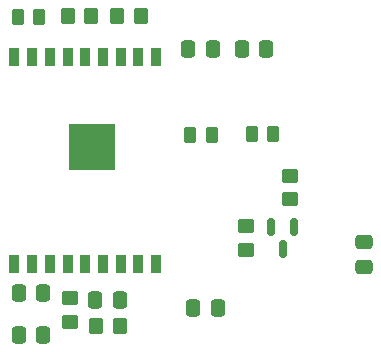
<source format=gbr>
%TF.GenerationSoftware,KiCad,Pcbnew,6.0.8-f2edbf62ab~116~ubuntu22.04.1*%
%TF.CreationDate,2022-10-18T22:53:01+02:00*%
%TF.ProjectId,ble-han-port-if,626c652d-6861-46e2-9d70-6f72742d6966,rev?*%
%TF.SameCoordinates,Original*%
%TF.FileFunction,Paste,Top*%
%TF.FilePolarity,Positive*%
%FSLAX46Y46*%
G04 Gerber Fmt 4.6, Leading zero omitted, Abs format (unit mm)*
G04 Created by KiCad (PCBNEW 6.0.8-f2edbf62ab~116~ubuntu22.04.1) date 2022-10-18 22:53:01*
%MOMM*%
%LPD*%
G01*
G04 APERTURE LIST*
G04 Aperture macros list*
%AMRoundRect*
0 Rectangle with rounded corners*
0 $1 Rounding radius*
0 $2 $3 $4 $5 $6 $7 $8 $9 X,Y pos of 4 corners*
0 Add a 4 corners polygon primitive as box body*
4,1,4,$2,$3,$4,$5,$6,$7,$8,$9,$2,$3,0*
0 Add four circle primitives for the rounded corners*
1,1,$1+$1,$2,$3*
1,1,$1+$1,$4,$5*
1,1,$1+$1,$6,$7*
1,1,$1+$1,$8,$9*
0 Add four rect primitives between the rounded corners*
20,1,$1+$1,$2,$3,$4,$5,0*
20,1,$1+$1,$4,$5,$6,$7,0*
20,1,$1+$1,$6,$7,$8,$9,0*
20,1,$1+$1,$8,$9,$2,$3,0*%
G04 Aperture macros list end*
%ADD10RoundRect,0.250000X0.262500X0.450000X-0.262500X0.450000X-0.262500X-0.450000X0.262500X-0.450000X0*%
%ADD11RoundRect,0.250000X-0.262500X-0.450000X0.262500X-0.450000X0.262500X0.450000X-0.262500X0.450000X0*%
%ADD12RoundRect,0.250000X0.450000X-0.350000X0.450000X0.350000X-0.450000X0.350000X-0.450000X-0.350000X0*%
%ADD13RoundRect,0.250000X-0.350000X-0.450000X0.350000X-0.450000X0.350000X0.450000X-0.350000X0.450000X0*%
%ADD14RoundRect,0.250000X0.350000X0.450000X-0.350000X0.450000X-0.350000X-0.450000X0.350000X-0.450000X0*%
%ADD15RoundRect,0.150000X-0.150000X0.587500X-0.150000X-0.587500X0.150000X-0.587500X0.150000X0.587500X0*%
%ADD16R,0.900000X1.500000*%
%ADD17R,4.000000X4.000000*%
%ADD18RoundRect,0.250000X-0.337500X-0.475000X0.337500X-0.475000X0.337500X0.475000X-0.337500X0.475000X0*%
%ADD19RoundRect,0.250000X0.475000X-0.337500X0.475000X0.337500X-0.475000X0.337500X-0.475000X-0.337500X0*%
%ADD20RoundRect,0.250000X0.337500X0.475000X-0.337500X0.475000X-0.337500X-0.475000X0.337500X-0.475000X0*%
G04 APERTURE END LIST*
D10*
%TO.C,R9*%
X149812500Y-96600000D03*
X147987500Y-96600000D03*
%TD*%
D11*
%TO.C,R8*%
X142787500Y-96700000D03*
X144612500Y-96700000D03*
%TD*%
D12*
%TO.C,R7*%
X147500000Y-106400000D03*
X147500000Y-104400000D03*
%TD*%
D13*
%TO.C,R5*%
X132400000Y-86600000D03*
X134400000Y-86600000D03*
%TD*%
D11*
%TO.C,R2*%
X128187500Y-86700000D03*
X130012500Y-86700000D03*
%TD*%
D14*
%TO.C,R4*%
X138600000Y-86600000D03*
X136600000Y-86600000D03*
%TD*%
D15*
%TO.C,Q1*%
X151550000Y-104462500D03*
X149650000Y-104462500D03*
X150600000Y-106337500D03*
%TD*%
D16*
%TO.C,U1*%
X127900000Y-107550000D03*
X129400000Y-107550000D03*
X130900000Y-107550000D03*
X132400000Y-107550000D03*
X133900000Y-107550000D03*
X135400000Y-107550000D03*
X136900000Y-107550000D03*
X138400000Y-107550000D03*
X139900000Y-107550000D03*
X139900000Y-90050000D03*
X138400000Y-90050000D03*
X136900000Y-90050000D03*
X135400000Y-90050000D03*
X133900000Y-90050000D03*
X132400000Y-90050000D03*
X130900000Y-90050000D03*
X129400000Y-90050000D03*
X127900000Y-90050000D03*
D17*
X134510000Y-97700000D03*
%TD*%
D13*
%TO.C,R1*%
X136800000Y-112800000D03*
X134800000Y-112800000D03*
%TD*%
D18*
%TO.C,C5*%
X128262500Y-113600000D03*
X130337500Y-113600000D03*
%TD*%
%TO.C,C4*%
X128262500Y-110000000D03*
X130337500Y-110000000D03*
%TD*%
D19*
%TO.C,C2*%
X157500000Y-107837500D03*
X157500000Y-105762500D03*
%TD*%
D20*
%TO.C,C6*%
X144675000Y-89400000D03*
X142600000Y-89400000D03*
%TD*%
D18*
%TO.C,C3*%
X134762500Y-110650000D03*
X136837500Y-110650000D03*
%TD*%
D12*
%TO.C,R3*%
X132600000Y-112500000D03*
X132600000Y-110500000D03*
%TD*%
D18*
%TO.C,C7*%
X147162500Y-89400000D03*
X149237500Y-89400000D03*
%TD*%
D20*
%TO.C,C1*%
X145137500Y-111300000D03*
X143062500Y-111300000D03*
%TD*%
D12*
%TO.C,R6*%
X151200000Y-102100000D03*
X151200000Y-100100000D03*
%TD*%
M02*

</source>
